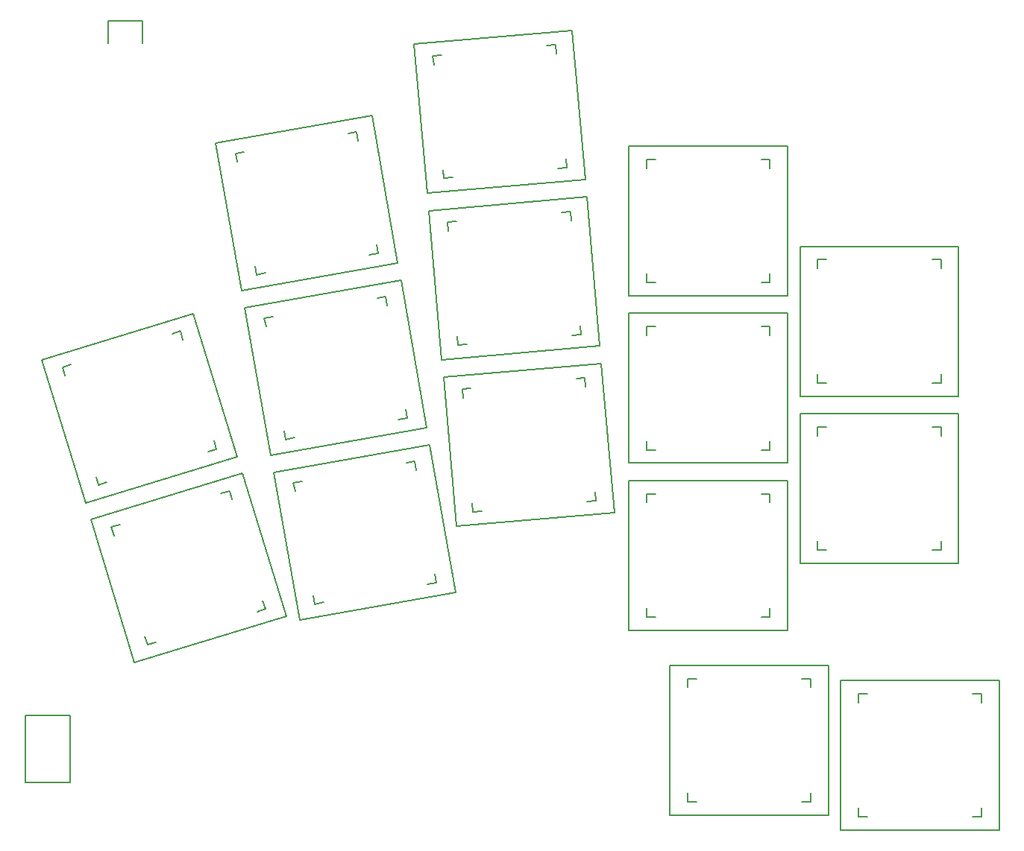
<source format=gbr>
%TF.GenerationSoftware,KiCad,Pcbnew,(6.0.4)*%
%TF.CreationDate,2022-09-04T01:37:31+02:00*%
%TF.ProjectId,wizza,77697a7a-612e-46b6-9963-61645f706362,v1.0.0*%
%TF.SameCoordinates,Original*%
%TF.FileFunction,OtherDrawing,Comment*%
%FSLAX46Y46*%
G04 Gerber Fmt 4.6, Leading zero omitted, Abs format (unit mm)*
G04 Created by KiCad (PCBNEW (6.0.4)) date 2022-09-04 01:37:31*
%MOMM*%
%LPD*%
G01*
G04 APERTURE LIST*
%ADD10C,0.150000*%
G04 APERTURE END LIST*
D10*
%TO.C,S7*%
X241594527Y-79138640D02*
X241507371Y-78142445D01*
X256587121Y-89872795D02*
X256674277Y-90868990D01*
X258797400Y-92188970D02*
X240865896Y-93757774D01*
X255678082Y-90956145D02*
X256674277Y-90868990D01*
X255454097Y-76922264D02*
X254457902Y-77009420D01*
X255678082Y-90956145D02*
X256674277Y-90868990D01*
X242727552Y-92089171D02*
X242640396Y-91092975D01*
X242503566Y-78055291D02*
X241507371Y-78142445D01*
X242727551Y-92089170D02*
X243723746Y-92002014D01*
X255454096Y-76922264D02*
X254457902Y-77009421D01*
X242727552Y-92089171D02*
X243723746Y-92002015D01*
X257315751Y-75253660D02*
X258797400Y-92188970D01*
X241594527Y-79138639D02*
X241507371Y-78142444D01*
X239384248Y-76822465D02*
X257315751Y-75253660D01*
X255454096Y-76922264D02*
X255541253Y-77918460D01*
X240865896Y-93757774D02*
X239384248Y-76822464D01*
X240865897Y-93757775D02*
X239384248Y-76822465D01*
X257315752Y-75253660D02*
X258797400Y-92188970D01*
X242503566Y-78055289D02*
X241507371Y-78142444D01*
X255454097Y-76922264D02*
X255541252Y-77918459D01*
X239384248Y-76822464D02*
X257315752Y-75253660D01*
X242727551Y-92089170D02*
X242640396Y-91092975D01*
X256587121Y-89872796D02*
X256674277Y-90868990D01*
X258797400Y-92188970D02*
X240865897Y-93757775D01*
%TO.C,S8*%
X239938568Y-60210941D02*
X239851412Y-59214746D01*
X254931162Y-70945096D02*
X255018318Y-71941291D01*
X257141441Y-73261271D02*
X239209937Y-74830075D01*
X254022123Y-72028446D02*
X255018318Y-71941291D01*
X253798138Y-57994565D02*
X252801943Y-58081721D01*
X254022123Y-72028446D02*
X255018318Y-71941291D01*
X241071593Y-73161472D02*
X240984437Y-72165276D01*
X240847607Y-59127592D02*
X239851412Y-59214746D01*
X241071592Y-73161471D02*
X242067787Y-73074315D01*
X253798137Y-57994565D02*
X252801943Y-58081722D01*
X241071593Y-73161472D02*
X242067787Y-73074316D01*
X255659792Y-56325961D02*
X257141441Y-73261271D01*
X239938568Y-60210940D02*
X239851412Y-59214745D01*
X237728289Y-57894766D02*
X255659792Y-56325961D01*
X253798137Y-57994565D02*
X253885294Y-58990761D01*
X239209937Y-74830075D02*
X237728289Y-57894765D01*
X239209938Y-74830076D02*
X237728289Y-57894766D01*
X255659793Y-56325961D02*
X257141441Y-73261271D01*
X240847607Y-59127590D02*
X239851412Y-59214745D01*
X253798138Y-57994565D02*
X253885293Y-58990760D01*
X237728289Y-57894765D02*
X255659793Y-56325961D01*
X241071592Y-73161471D02*
X240984437Y-72165276D01*
X254931162Y-70945097D02*
X255018318Y-71941291D01*
X257141441Y-73261271D02*
X239209938Y-74830076D01*
%TO.C,S4*%
X220890878Y-89995189D02*
X220717230Y-89010381D01*
X236761964Y-99381806D02*
X236935613Y-100366614D01*
X239165700Y-101496529D02*
X221439161Y-104622196D01*
X235950805Y-100540262D02*
X236935613Y-100366614D01*
X234504538Y-86579305D02*
X233519730Y-86752954D01*
X235950805Y-100540262D02*
X236935613Y-100366614D01*
X223148305Y-102797689D02*
X222974656Y-101812881D01*
X221702038Y-88836734D02*
X220717230Y-89010381D01*
X223148304Y-102797689D02*
X224133112Y-102624040D01*
X234504537Y-86579306D02*
X233519730Y-86752955D01*
X223148305Y-102797689D02*
X224133112Y-102624041D01*
X236213680Y-84754798D02*
X239165700Y-101496529D01*
X220890878Y-89995188D02*
X220717229Y-89010380D01*
X218487142Y-87880466D02*
X236213680Y-84754798D01*
X234504537Y-86579306D02*
X234678186Y-87564114D01*
X221439161Y-104622196D02*
X218487142Y-87880465D01*
X221439162Y-104622197D02*
X218487142Y-87880466D01*
X236213681Y-84754798D02*
X239165700Y-101496529D01*
X221702037Y-88836732D02*
X220717229Y-89010380D01*
X234504538Y-86579305D02*
X234678186Y-87564113D01*
X218487142Y-87880465D02*
X236213681Y-84754798D01*
X223148304Y-102797689D02*
X222974656Y-101812881D01*
X236761965Y-99381807D02*
X236935613Y-100366614D01*
X239165700Y-101496529D02*
X221439162Y-104622197D01*
%TO.C,S1*%
X203649377Y-113728061D02*
X203357005Y-112771757D01*
X220546104Y-121110514D02*
X220838475Y-122066818D01*
X223189642Y-122916532D02*
X205976157Y-128179223D01*
X219882170Y-122359190D02*
X220838475Y-122066818D01*
X216745271Y-108678552D02*
X215788967Y-108970923D01*
X219882170Y-122359190D02*
X220838475Y-122066818D01*
X207450210Y-126160023D02*
X207157837Y-125203717D01*
X204313310Y-112479386D02*
X203357005Y-112771757D01*
X207450209Y-126160022D02*
X208406513Y-125867651D01*
X216745270Y-108678552D02*
X215788967Y-108970924D01*
X207450210Y-126160023D02*
X208406514Y-125867651D01*
X218219322Y-106659352D02*
X223189642Y-122916532D01*
X203649376Y-113728060D02*
X203357005Y-112771756D01*
X201005838Y-111922043D02*
X218219322Y-106659352D01*
X216745270Y-108678552D02*
X217037643Y-109634857D01*
X205976157Y-128179223D02*
X201005838Y-111922042D01*
X205976158Y-128179223D02*
X201005838Y-111922043D01*
X218219323Y-106659351D02*
X223189642Y-122916532D01*
X204313310Y-112479384D02*
X203357005Y-112771756D01*
X216745271Y-108678552D02*
X217037643Y-109634857D01*
X201005838Y-111922042D02*
X218219323Y-106659351D01*
X207450209Y-126160022D02*
X207157837Y-125203717D01*
X220546104Y-121110515D02*
X220838475Y-122066818D01*
X223189642Y-122916532D02*
X205976158Y-128179223D01*
%TO.C,S9*%
X264115601Y-109986368D02*
X264115601Y-108986368D01*
X278115601Y-121986367D02*
X278115601Y-122986367D01*
X280115601Y-124486367D02*
X262115601Y-124486367D01*
X277115601Y-122986367D02*
X278115601Y-122986367D01*
X278115601Y-108986367D02*
X277115601Y-108986367D01*
X277115601Y-122986367D02*
X278115601Y-122986367D01*
X264115602Y-122986368D02*
X264115601Y-121986367D01*
X265115601Y-108986369D02*
X264115601Y-108986368D01*
X264115601Y-122986367D02*
X265115601Y-122986367D01*
X278115600Y-108986367D02*
X277115601Y-108986368D01*
X264115602Y-122986368D02*
X265115601Y-122986368D01*
X280115600Y-107486367D02*
X280115601Y-124486367D01*
X264115601Y-109986367D02*
X264115601Y-108986367D01*
X262115601Y-107486368D02*
X280115600Y-107486367D01*
X278115600Y-108986367D02*
X278115601Y-109986368D01*
X262115601Y-124486367D02*
X262115601Y-107486367D01*
X262115602Y-124486368D02*
X262115601Y-107486368D01*
X280115601Y-107486367D02*
X280115601Y-124486367D01*
X265115601Y-108986367D02*
X264115601Y-108986367D01*
X278115601Y-108986367D02*
X278115601Y-109986367D01*
X262115601Y-107486367D02*
X280115601Y-107486367D01*
X264115601Y-122986367D02*
X264115601Y-121986367D01*
X278115601Y-121986368D02*
X278115601Y-122986367D01*
X280115601Y-124486367D02*
X262115602Y-124486368D01*
%TO.C,S12*%
X283515601Y-102386368D02*
X283515601Y-101386368D01*
X297515601Y-114386367D02*
X297515601Y-115386367D01*
X299515601Y-116886367D02*
X281515601Y-116886367D01*
X296515601Y-115386367D02*
X297515601Y-115386367D01*
X297515601Y-101386367D02*
X296515601Y-101386367D01*
X296515601Y-115386367D02*
X297515601Y-115386367D01*
X283515602Y-115386368D02*
X283515601Y-114386367D01*
X284515601Y-101386369D02*
X283515601Y-101386368D01*
X283515601Y-115386367D02*
X284515601Y-115386367D01*
X297515600Y-101386367D02*
X296515601Y-101386368D01*
X283515602Y-115386368D02*
X284515601Y-115386368D01*
X299515600Y-99886367D02*
X299515601Y-116886367D01*
X283515601Y-102386367D02*
X283515601Y-101386367D01*
X281515601Y-99886368D02*
X299515600Y-99886367D01*
X297515600Y-101386367D02*
X297515601Y-102386368D01*
X281515601Y-116886367D02*
X281515601Y-99886367D01*
X281515602Y-116886368D02*
X281515601Y-99886368D01*
X299515601Y-99886367D02*
X299515601Y-116886367D01*
X284515601Y-101386367D02*
X283515601Y-101386367D01*
X297515601Y-101386367D02*
X297515601Y-102386367D01*
X281515601Y-99886367D02*
X299515601Y-99886367D01*
X283515601Y-115386367D02*
X283515601Y-114386367D01*
X297515601Y-114386368D02*
X297515601Y-115386367D01*
X299515601Y-116886367D02*
X281515602Y-116886368D01*
%TO.C,S14*%
X268740601Y-130986368D02*
X268740601Y-129986368D01*
X282740601Y-142986367D02*
X282740601Y-143986367D01*
X284740601Y-145486367D02*
X266740601Y-145486367D01*
X281740601Y-143986367D02*
X282740601Y-143986367D01*
X282740601Y-129986367D02*
X281740601Y-129986367D01*
X281740601Y-143986367D02*
X282740601Y-143986367D01*
X268740602Y-143986368D02*
X268740601Y-142986367D01*
X269740601Y-129986369D02*
X268740601Y-129986368D01*
X268740601Y-143986367D02*
X269740601Y-143986367D01*
X282740600Y-129986367D02*
X281740601Y-129986368D01*
X268740602Y-143986368D02*
X269740601Y-143986368D01*
X284740600Y-128486367D02*
X284740601Y-145486367D01*
X268740601Y-130986367D02*
X268740601Y-129986367D01*
X266740601Y-128486368D02*
X284740600Y-128486367D01*
X282740600Y-129986367D02*
X282740601Y-130986368D01*
X266740601Y-145486367D02*
X266740601Y-128486367D01*
X266740602Y-145486368D02*
X266740601Y-128486368D01*
X284740601Y-128486367D02*
X284740601Y-145486367D01*
X269740601Y-129986367D02*
X268740601Y-129986367D01*
X282740601Y-129986367D02*
X282740601Y-130986367D01*
X266740601Y-128486367D02*
X284740601Y-128486367D01*
X268740601Y-143986367D02*
X268740601Y-142986367D01*
X282740601Y-142986368D02*
X282740601Y-143986367D01*
X284740601Y-145486367D02*
X266740602Y-145486368D01*
%TO.C,S6*%
X243250487Y-98066339D02*
X243163331Y-97070144D01*
X258243081Y-108800494D02*
X258330237Y-109796689D01*
X260453360Y-111116669D02*
X242521856Y-112685473D01*
X257334042Y-109883844D02*
X258330237Y-109796689D01*
X257110057Y-95849963D02*
X256113862Y-95937119D01*
X257334042Y-109883844D02*
X258330237Y-109796689D01*
X244383512Y-111016870D02*
X244296356Y-110020674D01*
X244159526Y-96982990D02*
X243163331Y-97070144D01*
X244383511Y-111016869D02*
X245379706Y-110929713D01*
X257110056Y-95849963D02*
X256113862Y-95937120D01*
X244383512Y-111016870D02*
X245379706Y-110929714D01*
X258971711Y-94181359D02*
X260453360Y-111116669D01*
X243250487Y-98066338D02*
X243163331Y-97070143D01*
X241040208Y-95750164D02*
X258971711Y-94181359D01*
X257110056Y-95849963D02*
X257197213Y-96846159D01*
X242521856Y-112685473D02*
X241040208Y-95750163D01*
X242521857Y-112685474D02*
X241040208Y-95750164D01*
X258971712Y-94181359D02*
X260453360Y-111116669D01*
X244159526Y-96982988D02*
X243163331Y-97070143D01*
X257110057Y-95849963D02*
X257197212Y-96846158D01*
X241040208Y-95750163D02*
X258971712Y-94181359D01*
X244383511Y-111016869D02*
X244296356Y-110020674D01*
X258243081Y-108800495D02*
X258330237Y-109796689D01*
X260453360Y-111116669D02*
X242521857Y-112685474D01*
%TO.C,S15*%
X288140601Y-132696368D02*
X288140601Y-131696368D01*
X302140601Y-144696367D02*
X302140601Y-145696367D01*
X304140601Y-147196367D02*
X286140601Y-147196367D01*
X301140601Y-145696367D02*
X302140601Y-145696367D01*
X302140601Y-131696367D02*
X301140601Y-131696367D01*
X301140601Y-145696367D02*
X302140601Y-145696367D01*
X288140602Y-145696368D02*
X288140601Y-144696367D01*
X289140601Y-131696369D02*
X288140601Y-131696368D01*
X288140601Y-145696367D02*
X289140601Y-145696367D01*
X302140600Y-131696367D02*
X301140601Y-131696368D01*
X288140602Y-145696368D02*
X289140601Y-145696368D01*
X304140600Y-130196367D02*
X304140601Y-147196367D01*
X288140601Y-132696367D02*
X288140601Y-131696367D01*
X286140601Y-130196368D02*
X304140600Y-130196367D01*
X302140600Y-131696367D02*
X302140601Y-132696368D01*
X286140601Y-147196367D02*
X286140601Y-130196367D01*
X286140602Y-147196368D02*
X286140601Y-130196368D01*
X304140601Y-130196367D02*
X304140601Y-147196367D01*
X289140601Y-131696367D02*
X288140601Y-131696367D01*
X302140601Y-131696367D02*
X302140601Y-132696367D01*
X286140601Y-130196367D02*
X304140601Y-130196367D01*
X288140601Y-145696367D02*
X288140601Y-144696367D01*
X302140601Y-144696368D02*
X302140601Y-145696367D01*
X304140601Y-147196367D02*
X286140602Y-147196368D01*
%TO.C,S11*%
X264115601Y-71986368D02*
X264115601Y-70986368D01*
X278115601Y-83986367D02*
X278115601Y-84986367D01*
X280115601Y-86486367D02*
X262115601Y-86486367D01*
X277115601Y-84986367D02*
X278115601Y-84986367D01*
X278115601Y-70986367D02*
X277115601Y-70986367D01*
X277115601Y-84986367D02*
X278115601Y-84986367D01*
X264115602Y-84986368D02*
X264115601Y-83986367D01*
X265115601Y-70986369D02*
X264115601Y-70986368D01*
X264115601Y-84986367D02*
X265115601Y-84986367D01*
X278115600Y-70986367D02*
X277115601Y-70986368D01*
X264115602Y-84986368D02*
X265115601Y-84986368D01*
X280115600Y-69486367D02*
X280115601Y-86486367D01*
X264115601Y-71986367D02*
X264115601Y-70986367D01*
X262115601Y-69486368D02*
X280115600Y-69486367D01*
X278115600Y-70986367D02*
X278115601Y-71986368D01*
X262115601Y-86486367D02*
X262115601Y-69486367D01*
X262115602Y-86486368D02*
X262115601Y-69486368D01*
X280115601Y-69486367D02*
X280115601Y-86486367D01*
X265115601Y-70986367D02*
X264115601Y-70986367D01*
X278115601Y-70986367D02*
X278115601Y-71986367D01*
X262115601Y-69486367D02*
X280115601Y-69486367D01*
X264115601Y-84986367D02*
X264115601Y-83986367D01*
X278115601Y-83986368D02*
X278115601Y-84986367D01*
X280115601Y-86486367D02*
X262115602Y-86486368D01*
%TO.C,S2*%
X198094314Y-95558270D02*
X197801942Y-94601966D01*
X214991041Y-102940723D02*
X215283412Y-103897027D01*
X217634579Y-104746741D02*
X200421094Y-110009432D01*
X214327107Y-104189399D02*
X215283412Y-103897027D01*
X211190208Y-90508761D02*
X210233904Y-90801132D01*
X214327107Y-104189399D02*
X215283412Y-103897027D01*
X201895147Y-107990232D02*
X201602774Y-107033926D01*
X198758247Y-94309595D02*
X197801942Y-94601966D01*
X201895146Y-107990231D02*
X202851450Y-107697860D01*
X211190207Y-90508761D02*
X210233904Y-90801133D01*
X201895147Y-107990232D02*
X202851451Y-107697860D01*
X212664259Y-88489561D02*
X217634579Y-104746741D01*
X198094313Y-95558269D02*
X197801942Y-94601965D01*
X195450775Y-93752252D02*
X212664259Y-88489561D01*
X211190207Y-90508761D02*
X211482580Y-91465066D01*
X200421094Y-110009432D02*
X195450775Y-93752251D01*
X200421095Y-110009432D02*
X195450775Y-93752252D01*
X212664260Y-88489560D02*
X217634579Y-104746741D01*
X198758247Y-94309593D02*
X197801942Y-94601965D01*
X211190208Y-90508761D02*
X211482580Y-91465066D01*
X195450775Y-93752251D02*
X212664260Y-88489560D01*
X201895146Y-107990231D02*
X201602774Y-107033926D01*
X214991041Y-102940724D02*
X215283412Y-103897027D01*
X217634579Y-104746741D02*
X200421095Y-110009432D01*
%TO.C,S13*%
X283515601Y-83386368D02*
X283515601Y-82386368D01*
X297515601Y-95386367D02*
X297515601Y-96386367D01*
X299515601Y-97886367D02*
X281515601Y-97886367D01*
X296515601Y-96386367D02*
X297515601Y-96386367D01*
X297515601Y-82386367D02*
X296515601Y-82386367D01*
X296515601Y-96386367D02*
X297515601Y-96386367D01*
X283515602Y-96386368D02*
X283515601Y-95386367D01*
X284515601Y-82386369D02*
X283515601Y-82386368D01*
X283515601Y-96386367D02*
X284515601Y-96386367D01*
X297515600Y-82386367D02*
X296515601Y-82386368D01*
X283515602Y-96386368D02*
X284515601Y-96386368D01*
X299515600Y-80886367D02*
X299515601Y-97886367D01*
X283515601Y-83386367D02*
X283515601Y-82386367D01*
X281515601Y-80886368D02*
X299515600Y-80886367D01*
X297515600Y-82386367D02*
X297515601Y-83386368D01*
X281515601Y-97886367D02*
X281515601Y-80886367D01*
X281515602Y-97886368D02*
X281515601Y-80886368D01*
X299515601Y-80886367D02*
X299515601Y-97886367D01*
X284515601Y-82386367D02*
X283515601Y-82386367D01*
X297515601Y-82386367D02*
X297515601Y-83386367D01*
X281515601Y-80886367D02*
X299515601Y-80886367D01*
X283515601Y-96386367D02*
X283515601Y-95386367D01*
X297515601Y-95386368D02*
X297515601Y-96386367D01*
X299515601Y-97886367D02*
X281515602Y-97886368D01*
%TO.C,S5*%
X217591563Y-71283842D02*
X217417915Y-70299034D01*
X233462649Y-80670459D02*
X233636298Y-81655267D01*
X235866385Y-82785182D02*
X218139846Y-85910849D01*
X232651490Y-81828915D02*
X233636298Y-81655267D01*
X231205223Y-67867958D02*
X230220415Y-68041607D01*
X232651490Y-81828915D02*
X233636298Y-81655267D01*
X219848990Y-84086342D02*
X219675341Y-83101534D01*
X218402723Y-70125387D02*
X217417915Y-70299034D01*
X219848989Y-84086342D02*
X220833797Y-83912693D01*
X231205222Y-67867959D02*
X230220415Y-68041608D01*
X219848990Y-84086342D02*
X220833797Y-83912694D01*
X232914365Y-66043451D02*
X235866385Y-82785182D01*
X217591563Y-71283841D02*
X217417914Y-70299033D01*
X215187827Y-69169119D02*
X232914365Y-66043451D01*
X231205222Y-67867959D02*
X231378871Y-68852767D01*
X218139846Y-85910849D02*
X215187827Y-69169118D01*
X218139847Y-85910850D02*
X215187827Y-69169119D01*
X232914366Y-66043451D02*
X235866385Y-82785182D01*
X218402722Y-70125385D02*
X217417914Y-70299033D01*
X231205223Y-67867958D02*
X231378871Y-68852766D01*
X215187827Y-69169118D02*
X232914366Y-66043451D01*
X219848989Y-84086342D02*
X219675341Y-83101534D01*
X233462650Y-80670460D02*
X233636298Y-81655267D01*
X235866385Y-82785182D02*
X218139847Y-85910850D01*
%TO.C,S10*%
X264115601Y-90986368D02*
X264115601Y-89986368D01*
X278115601Y-102986367D02*
X278115601Y-103986367D01*
X280115601Y-105486367D02*
X262115601Y-105486367D01*
X277115601Y-103986367D02*
X278115601Y-103986367D01*
X278115601Y-89986367D02*
X277115601Y-89986367D01*
X277115601Y-103986367D02*
X278115601Y-103986367D01*
X264115602Y-103986368D02*
X264115601Y-102986367D01*
X265115601Y-89986369D02*
X264115601Y-89986368D01*
X264115601Y-103986367D02*
X265115601Y-103986367D01*
X278115600Y-89986367D02*
X277115601Y-89986368D01*
X264115602Y-103986368D02*
X265115601Y-103986368D01*
X280115600Y-88486367D02*
X280115601Y-105486367D01*
X264115601Y-90986367D02*
X264115601Y-89986367D01*
X262115601Y-88486368D02*
X280115600Y-88486367D01*
X278115600Y-89986367D02*
X278115601Y-90986368D01*
X262115601Y-105486367D02*
X262115601Y-88486367D01*
X262115602Y-105486368D02*
X262115601Y-88486368D01*
X280115601Y-88486367D02*
X280115601Y-105486367D01*
X265115601Y-89986367D02*
X264115601Y-89986367D01*
X278115601Y-89986367D02*
X278115601Y-90986367D01*
X262115601Y-88486367D02*
X280115601Y-88486367D01*
X264115601Y-103986367D02*
X264115601Y-102986367D01*
X278115601Y-102986368D02*
X278115601Y-103986367D01*
X280115601Y-105486367D02*
X262115602Y-105486368D01*
%TO.C,S3*%
X224190194Y-108706536D02*
X224016546Y-107721728D01*
X240061280Y-118093153D02*
X240234929Y-119077961D01*
X242465016Y-120207876D02*
X224738477Y-123333543D01*
X239250121Y-119251609D02*
X240234929Y-119077961D01*
X237803854Y-105290652D02*
X236819046Y-105464301D01*
X239250121Y-119251609D02*
X240234929Y-119077961D01*
X226447621Y-121509036D02*
X226273972Y-120524228D01*
X225001354Y-107548081D02*
X224016546Y-107721728D01*
X226447620Y-121509036D02*
X227432428Y-121335387D01*
X237803853Y-105290653D02*
X236819046Y-105464302D01*
X226447621Y-121509036D02*
X227432428Y-121335388D01*
X239512996Y-103466145D02*
X242465016Y-120207876D01*
X224190194Y-108706535D02*
X224016545Y-107721727D01*
X221786458Y-106591813D02*
X239512996Y-103466145D01*
X237803853Y-105290653D02*
X237977502Y-106275461D01*
X224738477Y-123333543D02*
X221786458Y-106591812D01*
X224738478Y-123333544D02*
X221786458Y-106591813D01*
X239512997Y-103466145D02*
X242465016Y-120207876D01*
X225001353Y-107548079D02*
X224016545Y-107721727D01*
X237803854Y-105290652D02*
X237977502Y-106275460D01*
X221786458Y-106591812D02*
X239512997Y-103466145D01*
X226447620Y-121509036D02*
X226273972Y-120524228D01*
X240061281Y-118093154D02*
X240234929Y-119077961D01*
X242465016Y-120207876D02*
X224738478Y-123333544D01*
%TO.C,MCU1*%
X193548000Y-134182523D02*
X198628000Y-134182523D01*
X198628000Y-134182523D02*
X198628000Y-141802523D01*
X198628000Y-134144000D02*
X198628000Y-141764000D01*
X193548000Y-134144000D02*
X198628000Y-134144000D01*
X193548000Y-141764000D02*
X193548000Y-134144000D01*
X198628000Y-141802523D02*
X193548000Y-141802523D01*
X198628000Y-141764000D02*
X193548000Y-141764000D01*
%TO.C,T2*%
X206900615Y-55256416D02*
X206900615Y-57756416D01*
X203000615Y-55256416D02*
X206900615Y-55256416D01*
X203000615Y-57756416D02*
X203000615Y-55256416D01*
%TO.C,T1*%
X206900615Y-55256416D02*
X206900615Y-57756416D01*
X203000615Y-57756416D02*
X203000615Y-55256416D01*
X203000615Y-55256416D02*
X206900615Y-55256416D01*
%TD*%
M02*

</source>
